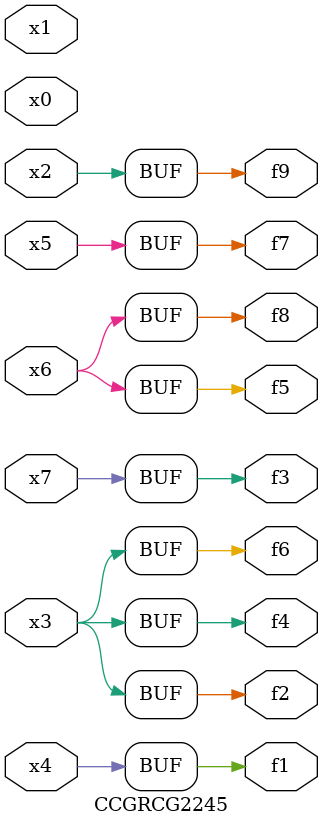
<source format=v>
module CCGRCG2245(
	input x0, x1, x2, x3, x4, x5, x6, x7,
	output f1, f2, f3, f4, f5, f6, f7, f8, f9
);
	assign f1 = x4;
	assign f2 = x3;
	assign f3 = x7;
	assign f4 = x3;
	assign f5 = x6;
	assign f6 = x3;
	assign f7 = x5;
	assign f8 = x6;
	assign f9 = x2;
endmodule

</source>
